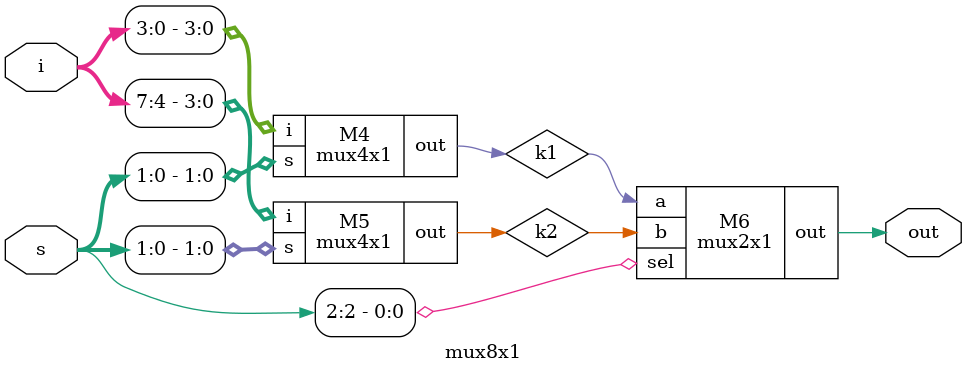
<source format=v>
module mux2x1(output out,input a,b,sel);
    wire w1,w2,selb;
    and G1(w1,a,sel);
    and G2(w2,selb,b);
    or G3(out,w1,w2);
    not G4(selb,sel);
endmodule

module mux4x1(output out,input [3:0]i, input [1:0]s);
    wire t1,t2;
    mux2x1 M1(t1,i[1],i[0],s[1]);
    mux2x1 M2(t2,i[3],i[2],s[1]);
    mux2x1 M3(out, t1,t2,s[0]);
endmodule

module mux8x1(output out, input [7:0]i,input [2:0]s);
    wire k1,k2;
    mux4x1 M4(k1,i[3:0],s[1:0]);
    mux4x1 M5(k2,i[7:4],s[1:0]);
    mux2x1 M6(out,k1,k2,s[2]);
endmodule
</source>
